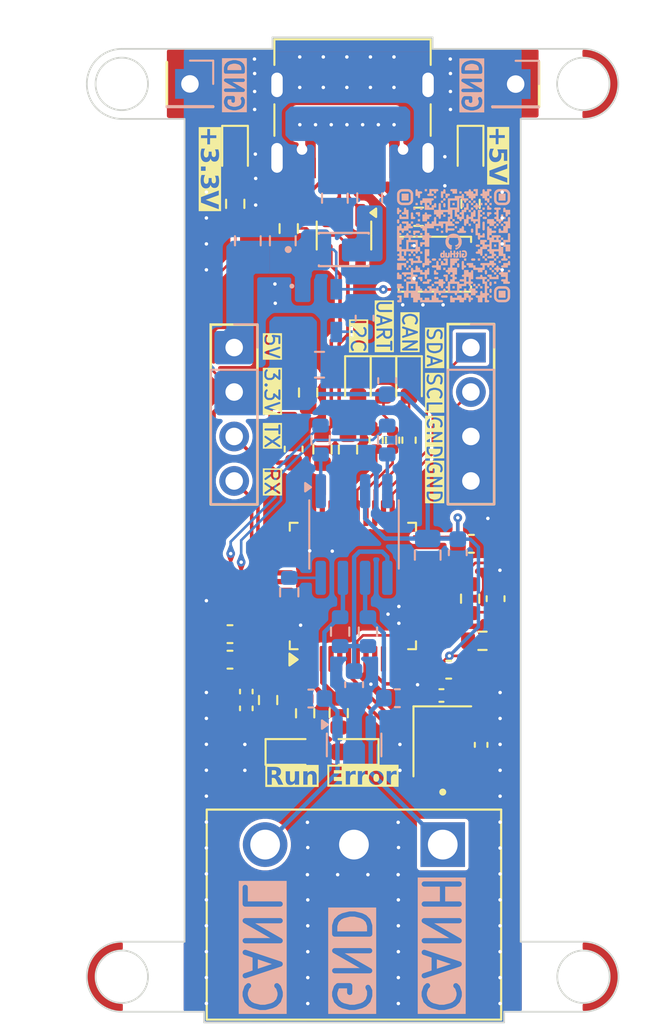
<source format=kicad_pcb>
(kicad_pcb (version 20241229) (generator "pcbnew") (generator_version "9.0")
  (layers (0 "F.Cu" signal) (4 "In1.Cu" signal) (6 "In2.Cu" signal) (2 "B.Cu" signal) (13 "F.Paste" user) (15 "B.Paste" user) (5 "F.SilkS" user "F.Silkscreen") (7 "B.SilkS" user "B.Silkscreen") (1 "F.Mask" user) (3 "B.Mask" user) (25 "Edge.Cuts" user))
  (net 0 "")
  (net 1 "GND")
  (net 2 "/CAN_P")
  (net 3 "/CAN_N")
  (net 4 "/Vref")
  (net 5 "+3.3V")
  (net 6 "VDD")
  (net 7 "+5V")
  (net 8 "/OSC_N")
  (net 9 "Net-(U1-BP)")
  (net 10 "/OSC_P")
  (net 11 "Net-(C18-Pad1)")
  (net 12 "Net-(D2-A)")
  (net 13 "Net-(D3-PadA)")
  (net 14 "Net-(D4-A)")
  (net 15 "/D_N")
  (net 16 "Net-(J1-CC1)")
  (net 18 "Net-(J1-CC2)")
  (net 19 "/D_P")
  (net 21 "/SWDIO")
  (net 22 "/SWCLK")
  (net 23 "Net-(D5-A)")
  (net 24 "/NRST")
  (net 25 "/BOOT0")
  (net 26 "Net-(D6-A)")
  (net 27 "/Tx")
  (net 28 "/Rx")
  (net 29 "Net-(D7-A)")
  (net 30 "Net-(D8-A)")
  (net 31 "/Error")
  (net 32 "/Run")
  (net 33 "/D0_P")
  (net 34 "/D0_N")
  (net 35 "Net-(J7-Pin_2)")
  (net 36 "Net-(U2-D)")
  (net 37 "Net-(U2-R)")
  (net 38 "Net-(U2-Rs)")
  (net 39 "Net-(U4-PA11)")
  (net 40 "Net-(U4-PA12)")
  (net 56 "/UART_RX")
  (net 57 "/UART_TX")
  (net 59 "Net-(D9-A)")
  (net 60 "/G")
  (net 61 "/B")
  (net 64 "/SDA")
  (net 65 "/SCL")
  (net 69 "/R")
  (footprint "LED_SMD:LED_0603_1608Metric" (layer "F.Cu") (at 127.14 106.32 -90)
    (property "Reference" "D9" (hide yes))
    (property "Value" "LED")
  )
  (footprint "Capacitor_SMD:C_0603_1608Metric" (layer "F.Cu") (at 119.82 122.17 180)
    (property "Reference" "C16" (hide yes))
    (property "Value" "100nf")
  )
  (footprint "Capacitor_SMD:C_0402_1005Metric_Pad0.74x0.62mm_HandSolder" (layer "F.Cu") (at 131.914999 124.214999 180)
    (property "Reference" "C20" (hide yes))
    (property "Value" "20pf")
  )
  (footprint "Capacitor_SMD:C_0603_1608Metric" (layer "F.Cu") (at 132.33 122.74)
    (property "Reference" "C15" (hide yes))
    (property "Value" "100nf")
  )
  (footprint "LED_SMD:LED_0603_1608Metric" (layer "F.Cu") (at 120.11 93.16 -90)
    (property "Reference" "D4" (hide yes))
    (property "Value" "LED")
  )
  (footprint "LED_SMD:LED_0603_1608Metric" (layer "F.Cu") (at 126.829999 127.44 180)
    (property "Reference" "D5" (hide yes))
    (property "Value" "LED")
  )
  (footprint "Capacitor_SMD:C_0603_1608Metric" (layer "F.Cu") (at 135.012499 118.685 90)
    (property "Reference" "C18" (hide yes))
    (property "Value" "100nf")
  )
  (footprint "FootPrint_Lib:TerminalBlock" (layer "F.Cu") (at 131.99 132.7325 180)
    (property "Reference" "J2" (hide yes))
    (property "Value" "Screw_Terminal_01x03")
  )
  (footprint "Connector_USB:USB_C_Receptacle_Palconn_UTC16-G" (layer "F.Cu") (at 126.83 91.575 180)
    (property "Reference" "J1" (hide yes))
    (property "Value" "USB_C_Receptacle_USB2.0_16P")
  )
  (footprint "Resistor_SMD:R_0603_1608Metric" (layer "F.Cu") (at 120.12 96.13 90)
    (property "Reference" "R9" (hide yes))
    (property "Value" "1k")
  )
  (footprint "Resistor_SMD:R_0603_1608Metric" (layer "F.Cu") (at 126.570001 110.160001 -90)
    (property "Reference" "R16" (hide yes))
    (property "Value" "22")
  )
  (footprint "Capacitor_SMD:C_0603_1608Metric" (layer "F.Cu") (at 133.63 115.55)
    (property "Reference" "C12" (hide yes))
    (property "Value" "10uf")
  )
  (footprint "Resistor_SMD:R_0603_1608Metric" (layer "F.Cu") (at 125.11 110.16 -90)
    (property "Reference" "R17" (hide yes))
    (property "Value" "22")
  )
  (footprint "Package_TO_SOT_SMD:SOT-23-6" (layer "F.Cu") (at 126.34 97.94 -90)
    (property "Reference" "U3" (hide yes))
    (property "Value" "USBLC6-2SC6")
  )
  (footprint "Resistor_SMD:R_0402_1005Metric" (layer "F.Cu") (at 129.12 109.63 90)
    (property "Reference" "R15" (hide yes))
    (property "Value" "1k")
  )
  (footprint "Crystal:Crystal_SMD_3225-4Pin_3.2x2.5mm" (layer "F.Cu") (at 131.964999 126.834999 -90)
    (property "Reference" "Y1" (hide yes))
    (property "Value" "Crystal_GND24")
  )
  (footprint "FootPrint_Lib:BOOT" (layer "F.Cu") (at 120.23375 124.47 -90)
    (property "Reference" "J7" (hide yes))
    (property "Value" "Conn_01x03_Pin" (hide yes))
  )
  (footprint "Resistor_SMD:R_0603_1608Metric_Pad0.98x0.95mm_HandSolder" (layer "F.Cu") (at 123.18 97.5425 -90)
    (property "Reference" "R6" (hide yes))
    (property "Value" "5.1k")
  )
  (footprint "Resistor_SMD:R_0603_1608Metric" (layer "F.Cu") (at 133.5575 118.685 -90)
    (property "Reference" "R20" (hide yes))
    (property "Value" "120")
  )
  (footprint "Capacitor_SMD:C_0603_1608Metric" (layer "F.Cu") (at 119.82 120.71 180)
    (property "Reference" "C17" (hide yes))
    (property "Value" "100nf")
  )
  (footprint "Resistor_SMD:R_0603_1608Metric" (layer "F.Cu") (at 124.29 106.91 90)
    (property "Reference" "R18" (hide yes))
    (property "Value" "1.5k")
  )
  (footprint "LED_SMD:LED_0603_1608Metric" (layer "F.Cu") (at 128.6 106.32 -90)
    (property "Reference" "D8" (hide yes))
    (property "Value" "LED")
  )
  (footprint "LED_SMD:LED_0603_1608Metric" (layer "F.Cu") (at 133.58 93.16 -90)
    (property "Reference" "D2" (hide yes))
    (property "Value" "LED")
  )
  (footprint "LED_SMD:LED_0603_1608Metric" (layer "F.Cu") (at 130.06 106.32 -90)
    (property "Reference" "D7" (hide yes))
    (property "Value" "LED")
  )
  (footprint "Package_QFP:LQFP-48_7x7mm_P0.5mm" (layer "F.Cu") (at 126.849999 117.96 90)
    (property "Reference" "U4" (hide yes))
    (property "Value" "STM32F072C8Tx")
  )
  (footprint "Resistor_SMD:R_0402_1005Metric" (layer "F.Cu") (at 130.06 109.63 90)
    (property "Reference" "R14" (hide yes))
    (property "Value" "1k")
  )
  (footprint "Resistor_SMD:R_0603_1608Metric" (layer "F.Cu") (at 133.58 96.13 90)
    (property "Reference" "R1" (hide yes))
    (property "Value" "1k")
  )
  (footprint "Button_Switch_SMD:SW_Push_SPST_NO_Alps_SKRK" (layer "F.Cu") (at 131.54 99.58 180)
    (property "Reference" "SW1" (hide yes))
    (property "Value" "SW_Push")
  )
  (footprint "Resistor_SMD:R_0603_1608Metric" (layer "F.Cu") (at 124.12 125.23 -90)
    (property "Reference" "R13" (hide yes))
    (property "Value" "1k")
  )
  (footprint "Capacitor_SMD:C_0402_1005Metric_Pad0.74x0.62mm_HandSolder" (layer "F.Cu") (at 134.184999 127.034999 -90)
    (property "Reference" "C19" (hide yes))
    (property "Value" "20pf")
  )
  (footprint "Resistor_SMD:R_0603_1608Metric_Pad0.98x0.95mm_HandSolder" (layer "F.Cu") (at 130.61 96.87)
    (property "Reference" "R5" (hide yes))
    (property "Value" "5.1k")
  )
  (footprint "Resistor_SMD:R_0603_1608Metric" (layer "F.Cu") (at 122.00125 124.475001 90)
    (property "Reference" "R21" (hide yes))
    (property "Value" "10k")
  )
  (footprint "Capacitor_SMD:C_0603_1608Metric" (layer "F.Cu") (at 123.46 110.14 90)
    (property "Reference" "C13" (hide yes))
    (property "Value" "1uf")
  )
  (footprint "Resistor_SMD:R_0402_1005Metric" (layer "F.Cu") (at 128.18 109.63 90)
    (property "Reference" "R23" (hide yes))
    (property "Value" "1k")
  )
  (footprint "Resistor_SMD:R_0603_1608Metric" (layer "F.Cu") (at 134.2625 121.09)
    (property "Reference" "R19" (hide yes))
    (property "Value" "10k")
  )
  (footprint "Resistor_SMD:R_0603_1608Metric" (layer "F.Cu") (at 126.039999 125.22 -90)
    (property "Reference" "R12" (hide yes))
    (property "Value" "1k")
  )
  (footprint "LED_SMD:LED_0603_1608Metric" (layer "F.Cu") (at 123.34 127.44)
    (property "Reference" "D6" (hide yes))
    (property "Value" "LED")
  )
  (footprint "Connector_PinHeader_2.54mm:PinHeader_1x04_P2.54mm_Vertical" (layer "B.Cu") (at 120.06 104.34 180)
    (property "Reference" "J4" (hide yes))
    (property "Value" "Conn_01x04_Pin")
  )
  (footprint "Capacitor_SMD:C_0805_2012Metric" (layer "B.Cu") (at 131.13 116.2 -90)
    (property "Reference" "C1" (hide yes))
    (property "Value" "1uf")
  )
  (footprint "Capacitor_SMD:C_0805_2012Metric" (layer "B.Cu") (at 125.82 95.81 -90)
    (property "Reference" "C2" (hide yes))
    (property "Value" "1uf")
  )
  (footprint "Package_TO_SOT_SMD:SOT-23" (layer "B.Cu") (at 126.92 127.04 -90)
    (property "Reference" "D1" (hide yes))
    (property "Value" "SM712_SOT23")
  )
  (footprint "Capacitor_SMD:C_0603_1608Metric" (layer "B.Cu") (at 124.445 124.3875 180)
    (property "Reference" "C10" (hide yes))
    (property "Value" "30pf")
  )
  (footprint "Capacitor_SMD:C_0603_1608Metric" (layer "B.Cu") (at 127.52 102.66 90)
    (property "Reference" "C6" (hide yes))
    (property "Value" "22pf")
  )
  (footprint "Capacitor_SMD:C_0603_1608Metric" (layer "B.Cu") (at 126.92 123.5975 -90)
    (property "Reference" "C9" (hide yes))
    (property "Value" "30pf")
  )
  (footprint "FootPrint_Lib:SODFL3719X135N" (layer "B.Cu") (at 126.33 98.74)
    (property "Reference" "D3" (hide yes))
    (property "Value" "D_Schottky")
  )
  (footprint "Capacitor_SMD:C_0805_2012Metric" (layer "B.Cu") (at 122.84 98.24 90)
    (property "Reference" "C3" (hide yes))
    (property "Value" "10uf")
  )
  (footprint "Fuse:Fuse_0805_2012Metric" (layer "B.Cu") (at 127.81 95.79 -90)
    (property "Reference" "F1" (hide yes))
    (property "Value" "Polyfuse_Small")
  )
  (footprint "Resistor_SMD:R_0603_1608Metric" (layer "B.Cu") (at 123.21 118.32 -90)
    (property "Reference" "R4" (hide yes))
    (property "Value" "10k")
  )
  (footprint "FootPrint_Lib:SOT94P279X129-5N" (layer "B.Cu") (at 124.96 102.23 -90)
    (property "Reference" "U1" (hide yes))
    (property "Value" "RT9193-33GB")
  )
  (footprint "Capacitor_SMD:C_0603_1608Metric" (layer "B.Cu") (at 129.395 124.3675)
    (property "Reference" "C11" (hide yes))
    (property "Value" "30pf")
  )
  (footprint "Resistor_SMD:R_0603_1608Metric" (layer "B.Cu") (at 127.71 120.5675 90)
    (property "Reference" "R8" (hide yes))
    (property "Value" "60")
  )
  (footprint "Connector_PinHeader_2.54mm:PinHeader_1x01_P2.54mm_Vertical" (layer "B.Cu") (at 136.16 89.29 180)
    (property "Reference" "J6" (hide yes))
    (property "Value" "Conn_01x01_Socket")
  )
  (footprint "Capacitor_SMD:C_0805_2012Metric" (layer "B.Cu") (at 124.94 105.32)
    (property "Reference" "C7" (hide yes))
    (property "Value" "10uf")
  )
  (footprint "Capacitor_SMD:C_0603_1608Metric" (layer "B.Cu") (at 132.85 116.06 -90)
    (property "Reference" "C4" (hide yes))
    (property "Value" "100nf")
  )
  (footprint "Capacitor_SMD:C_0603_1608Metric" (layer "B.Cu") (at 128.81 106.23 90)
    (property "Reference" "C14" (hide yes))
    (property "Value" "100nf")
  )
  (footprint "Connector_PinHeader_2.54mm:PinHeader_1x01_P2.54mm_Vertical" (layer "B.Cu") (at 117.53 89.28 180)
    (property "Reference" "J5" (hide yes))
    (property "Value" "Conn_01x01_Socket")
  )
  (footprint "Package_SO:SOIC-8_3.9x4.9mm_P1.27mm" (layer "B.Cu") (at 126.915 115.0175 -90)
    (property "Reference" "U2" (hide yes))
    (property "Value" "SN65HVD230")
  )
  (footprint "FootPrint_Lib:linkgit" (layer "B.Cu") (at 132.61 98.52 180)
    (property "Reference" "G***" (hide yes))
    (property "Value" "LOGO" (hide yes))
  )
  (footprint "Resistor_SMD:R_0603_1608Metric" (layer "B.Cu") (at 128.81 109.62 90)
    (property "Reference" "R3" (hide yes))
    (property "Value" "1k")
  )
  (footprint "Connector_PinHeader_2.54mm:PinHeader_1x04_P2.54mm_Vertical" (layer "B.Cu") (at 133.6 104.34 180)
    (property "Reference" "J3" (hide yes))
    (property "Value" "Conn_01x04_Pin")
  )
  (footprint "Capacitor_SMD:C_0805_2012Metric" (layer "B.Cu") (at 120.84 98.24 90)
    (property "Reference" "C5" (hide yes))
    (property "Value" "100nf")
  )
  (footprint "Resistor_SMD:R_0603_1608Metric" (layer "B.Cu") (at 125 109.62 90)
    (property "Reference" "R2" (hide yes))
    (property "Value" "1k")
  )
  (footprint "Resistor_SMD:R_0603_1608Metric" (layer "B.Cu") (at 126.12 120.5675 -90)
    (property "Reference" "R7" (hide yes))
    (property "Value" "60")
  )
  (gr_rect (start 118.72 103.03) (end 121.39 113.3) (stroke (width 0.15)) (fill no) (layer "F.SilkS"))
  (gr_line (start 116.21 90.58) (end 116.21 88.035) (stroke (width 0.15)) (layer "F.SilkS"))
  (gr_line (start 118.86 90.58) (end 116.21 90.58) (stroke (width 0.15)) (layer "F.SilkS"))
  (gr_line (start 134.83 90.58) (end 137.5 90.58) (stroke (width 0.15)) (layer "F.SilkS"))
  (gr_rect (start 132.28 103) (end 134.93 113.29) (stroke (width 0.15)) (fill no) (layer "F.SilkS"))
  (gr_line (start 137.5 90.58) (end 137.5 88.02) (stroke (width 0.15)) (layer "F.SilkS"))
  (gr_circle (center 113.63 89.28) (end 115.13 89.28) (stroke (width 0.1)) (fill no) (layer "Edge.Cuts"))
  (gr_line (start 122.25 87.28) (end 113.63 87.28) (stroke (width 0.1)) (layer "Edge.Cuts"))
  (gr_line (start 131.41 86.62) (end 122.25 86.62) (stroke (width 0.1)) (layer "Edge.Cuts"))
  (gr_line (start 131.41 87.28) (end 140.03 87.28) (stroke (width 0.1)) (layer "Edge.Cuts"))
  (gr_line (start 140.04 138.28) (end 136.445 138.28) (stroke (width 0.1)) (layer "Edge.Cuts"))
  (gr_arc (start 140.04 138.28) (mid 142.04 140.28) (end 140.04 142.28) (stroke (width 0.1)) (layer "Edge.Cuts"))
  (gr_line (start 117.225 138.279975) (end 113.63 138.279975) (stroke (width 0.1)) (layer "Edge.Cuts"))
  (gr_circle (center 113.63 140.28) (end 115.13 140.28) (stroke (width 0.1)) (fill no) (layer "Edge.Cuts"))
  (gr_line (start 117.225 91.28) (end 117.225 138.279975) (stroke (width 0.1)) (layer "Edge.Cuts"))
  (gr_arc (start 113.63 142.280025) (mid 111.629975 140.28) (end 113.63 138.279975) (stroke (width 0.1)) (layer "Edge.Cuts"))
  (gr_line (start 122.25 87.28) (end 122.25 86.62) (stroke (width 0.1)) (layer "Edge.Cuts"))
  (gr_line (start 140.03 91.28) (end 136.445 91.28) (stroke (width 0.1)) (layer "Edge.Cuts"))
  (gr_circle (center 140.03 89.28) (end 141.53 89.28) (stroke (width 0.1)) (fill no) (layer "Edge.Cuts"))
  (gr_line (start 131.41 86.68) (end 131.41 86.62) (stroke (width 0.1)) (layer "Edge.Cuts"))
  (gr_line (start 118.34 142.89) (end 135.5 142.89) (stroke (width 0.1)) (layer "Edge.Cuts"))
  (gr_line (start 135.5 142.89) (end 135.5 142.28) (stroke (width 0.1)) (layer "Edge.Cuts"))
  (gr_line (start 118.34 142.28) (end 118.34 142.89) (stroke (width 0.1)) (layer "Edge.Cuts"))
  (gr_line (start 131.41 87.28) (end 131.41 86.68) (stroke (width 0.1)) (layer "Edge.Cuts"))
  (gr_line (start 113.63 142.280025) (end 118.34 142.280025) (stroke (width 0.1)) (layer "Edge.Cuts"))
  (gr_line (start 113.63 91.28) (end 117.225 91.28) (stroke (width 0.1)) (layer "Edge.Cuts"))
  (gr_line (start 140.04 142.28) (end 135.5 142.28) (stroke (width 0.1)) (layer "Edge.Cuts"))
  (gr_circle (center 140.04 140.28) (end 141.54 140.28) (stroke (width 0.1)) (fill no) (layer "Edge.Cuts"))
  (gr_line (start 136.445 138.28) (end 136.445 91.28) (stroke (width 0.1)) (layer "Edge.Cuts"))
  (gr_arc (start 113.63 91.28) (mid 111.63 89.28) (end 113.63 87.28) (stroke (width 0.1)) (layer "Edge.Cuts"))
  (gr_arc (start 140.03 87.28) (mid 142.03 89.28) (end 140.03 91.28) (stroke (width 0.1)) (layer "Edge.Cuts"))
  (gr_text "GND" (at 131.49 109.453333 270) (layer "F.SilkS" knockout) (effects (font (size 0.8 0.8) (thickness 0.12))))
  (gr_text "+3.3V" (at 117.99 91.71 270) (layer "F.SilkS" knockout) (effects (font (size 1 1) (thickness 0.125) (bold yes)) (justify left bottom)))
  (gr_text "3.3V" (at 122.21 106.82 270) (layer "F.SilkS" knockout) (effects (font (size 0.8 0.8) (thickness 0.12))))
  (gr_text "RX" (at 122.21 111.98 270) (layer "F.SilkS" knockout) (effects (font (size 0.8 0.8) (thickness 0.12))))
  (gr_text "5V" (at 122.21 104.24 270) (layer "F.SilkS" knockout) (effects (font (size 0.8 0.8) (thickness 0.12))))
  (gr_text "GND" (at 131.49 112.02 270) (layer "F.SilkS" knockout) (effects (font (size 0.8 0.8) (thickness 0.12))))
  (gr_text "CAN" (at 130.08 103.48 270) (layer "F.SilkS" knockout) (effects (font (size 0.8 0.8) (thickness 0.12))))
  (gr_text "Run" (at 121.82 129.48 0) (layer "F.SilkS" knockout) (effects (font (size 1 1) (thickness 0.125) (bold yes)) (justify left bottom)))
  (gr_text "SDA" (at 131.49 104.32 270) (layer "F.SilkS" knockout) (effects (font (size 0.8 0.8) (thickness 0.12))))
  (gr_text "TX" (at 122.21 109.4 270) (layer "F.SilkS" knockout) (effects (font (size 0.8 0.8) (thickness 0.12))))
  (gr_text "UART" (at 128.61 103.07 270) (layer "F.SilkS" knockout) (effects (font (size 0.8 0.8) (thickness 0.12))))
  (gr_text "I2C" (at 127.14 103.66 270) (layer "F.SilkS" knockout) (effects (font (size 0.8 0.8) (thickness 0.12))))
  (gr_text "+5V" (at 134.49 91.7 270) (layer "F.SilkS" knockout) (effects (font (size 1 1) (thickness 0.125) (bold yes)) (justify left bottom)))
  (gr_text "Error" (at 125.369999 129.47 0) (layer "F.SilkS" knockout) (effects (font (size 1 1) (thickness 0.125) (bold yes)) (justify left bottom)))
  (gr_text "SCL" (at 131.49 106.886667 270) (layer "F.SilkS" knockout) (effects (font (size 0.8 0.8) (thickness 0.12))))
  (gr_text "GND" (at 119.44 91.01 270) (layer "B.SilkS" knockout) (effects (font (size 1 1) (thickness 0.2) (bold yes)) (justify left bottom mirror)))
  (gr_text "GND" (at 133.02 91.02 270) (layer "B.SilkS" knockout) (effects (font (size 1 1) (thickness 0.2) (bold yes)) (justify left bottom mirror)))
  (gr_text "CANH" (at 130.67 142.61 270) (layer "B.SilkS" knockout) (effects (font (size 2 2) (thickness 0.3)) (justify left bottom mirror)))
  (gr_text "CANL" (at 120.43 142.61 270) (layer "B.SilkS" knockout) (effects (font (size 2 2) (thickness 0.3)) (justify left bottom mirror)))
  (gr_text "GND" (at 125.55 142.61 270) (layer "B.SilkS" knockout) (effects (font (size 2 2) (thickness 0.3)) (justify left bottom mirror)))
  (segment (start 123.47 109.335) (end 123.46 109.345) (width 0.2) (layer "F.Cu") (net 1))
  (via (at 135.39 99.9) (size 0.5) (drill 0.2) (layers "F.Cu" "B.Cu") (net 1))
  (via (at 118.47 125.523611) (size 0.5) (drill 0.2) (layers "F.Cu" "B.Cu") (net 1))
  (via (at 135.27 132.928333) (size 0.5) (drill 0.2) (layers "F.Cu" "B.Cu") (net 1))
  (via (at 129.54 128.49) (size 0.5) (drill 0.2) (layers "F.Cu" "B.Cu") (net 1))
  (via (at 129.7 101.9) (size 0.5) (drill 0.2) (layers "F.Cu" "B.Cu") (net 1))
  (via (at 118.47 124.043333) (size 0.5) (drill 0.2) (layers "F.Cu" "B.Cu") (net 1))
  (via (at 121.23 90.74) (size 0.5) (drill 0.2) (layers "F.Cu" "B.Cu") (net 1))
  (via (at 127.88 123.57) (size 0.5) (drill 0.2) (layers "F.Cu" "B.Cu") (net 1))
  (via (at 118.47 129.964444) (size 0.5) (drill 0.2) (layers "F.Cu" "B.Cu") (net 1))
  (via (at 130.35 98.52) (size 0.5) (drill 0.2) (layers "F.Cu" "B.Cu") (net 1))
  (via (at 130.55 123.6) (size 0.5) (drill 0.2) (layers "F.Cu" "B.Cu") (net 1))
  (via (at 121.29 94.68) (size 0.5) (drill 0.2) (layers "F.Cu" "B.Cu") (net 1))
  (via (at 135.27 141.81) (size 0.5) (drill 0.2) (layers "F.Cu" "B.Cu") (net 1))
  (via (at 129.45 137.369167) (size 0.5) (drill 0.2) (layers "F.Cu" "B.Cu") (net 1))
  (via (at 118.47 134.405278) (size 0.5) (drill 0.2) (layers "F.Cu" "B.Cu") (net 1))
  (via (at 118.47 135.885556) (size 0.5) (drill 0.2) (layers "F.Cu" "B.Cu") (net 1))
  (via (at 125.67 115.97) (size 0.5) (drill 0.2) (layers "F.Cu" "B.Cu") (net 1))
  (via (at 118.47 95.459167) (size 0.5) (drill 0.2) (layers "F.Cu" "B.Cu") (net 1))
  (via (at 124.27 140.330555) (size 0.5) (drill 0.2) (layers "F.Cu" "B.Cu") (net 1))
  (via (at 118.47 99.9) (size 0.5) (drill 0.2) (layers "F.Cu" "B.Cu") (net 1))
  (via (at 127.8525 89.48) (size 0.5) (drill 0.2) (layers "F.Cu" "B.Cu") (net 1))
  (via (at 135.27 131.448055) (size 0.5) (drill 0.2) (layers "F.Cu" "B.Cu") (net 1))
  (via (at 121.23 89.713335) (size 0.5) (drill 0.2) (layers "F.Cu" "B.Cu") (net 1))
  (via (at 124.27 141.810833) (size 0.5) (drill 0.2) (layers "F.Cu" "B.Cu") (net 1))
  (via (at 118.47 140.326389) (size 0.5) (drill 0.2) (layers "F.Cu" "B.Cu") (net 1))
  (via (at 129.46 132.9) (size 0.5) (drill 0.2) (layers "F.Cu" "B.Cu") (net 1))
  (via (at 124.27 132.9) (size 0.5) (drill 0.2) (layers "F.Cu" "B.Cu") (net 1))
  (via (at 135.26 117.06) (size 0.5) (drill 0.2) (layers "F.Cu" "B.Cu") (net 1))
  (via (at 124.27 138.850277) (size 0.5) (drill 0.2) (layers "F.Cu" "B.Cu") (net 1))
  (via (at 135.27 128.4875) (size 0.5) (drill 0.2) (layers "F.Cu" "B.Cu") (net 1))
  (via (at 135.39 96.939445) (size 0.5) (drill 0.2) (layers "F.Cu" "B.Cu") (net 1))
  (via (at 118.47 118.8) (size 0.5) (drill 0.2) (layers "F.Cu" "B.Cu") (net 1))
  (via (at 132.43 89.713335) (size 0.5) (drill 0.2) (layers "F.Cu" "B.Cu") (net 1))
  (via (at 121.22 87.86) (size 0.5) (drill 0.2) (layers "F.Cu" "B.Cu") (net 1))
  (via (at 125.1575 87.74) (size 0.5) (drill 0.2) (layers "F.Cu" "B.Cu") (net 1))
  (via (at 121.23 88.686667) (size 0.5) (drill 0.2) (layers "F.Cu" "B.Cu") (net 1))
  (via (at 124.27 135.889722) (size 0.5) (drill 0.2) (layers "F.Cu" "B.Cu") (net 1))
  (via (at 129.44 131.460278) (size 0.5) (drill 0.2) (layers "F.Cu" "B.Cu") (net 1))
  (via (at 123.81 89.48) (size 0.5) (drill 0.2) (layers "F.Cu" "B.Cu") (net 1))
  (via (at 130.35 100.39) (size 0.5) (drill 0.2) (layers "F.Cu" "B.Cu") (net 1))
  (via (at 129.45 138.849444) (size 0.5) (drill 0.2) (layers "F.Cu" "B.Cu") (net 1))
  (via (at 118.47 131.444722) (size 0.5) (drill 0.2) (layers "F.Cu" "B.Cu") (net 1))
  (via (at 129.48 119.13) (size 0.5) (drill 0.2) (layers "F.Cu" "B.Cu") (net 1))
  (via (at 135.27 134.408611) (size 0.5) (drill 0.2) (layers "F.Cu" "B.Cu") (net 1))
  (via (at 122.41 101.81) (size 0.5) (drill 0.2) (layers "F.Cu" "B.Cu") (net 1))
  (via (at 124.27 137.37) (size 0.5) (drill 0.2) (layers "F.Cu" "B.Cu") (net 1))
  (via (at 124.38 115.95) (size 0.5) (drill 0.2) (layers "F.Cu" "B.Cu") (net 1))
  (via (at 132.42 87.86) (size 0.5) (drill 0.2) (layers "F.Cu" "B.Cu") (net 1))
  (via (at 129.44 134.45) (size 0.5) (drill 0.2) (layers "F.Cu" "B.Cu") (net 1))
  (via (at 123.86 120.2) (size 0.5) (drill 0.2) (layers "F.Cu" "B.Cu") (net 1))
  (via (at 135.27 138.849444) (size 0.5) (drill 0.2) (layers "F.Cu" "B.Cu") (net 1))
  (via (at 135.27 135.888889) (size 0.5) (drill 0.2) (layers "F.Cu" "B.Cu") (net 1))
  (via (at 120.67 127.009722) (size 0.5) (drill 0.2) (layers "F.Cu" "B.Cu") (net 1))
  (via (at 124.25 134.45) (size 0.5) (drill 0.2) (layers "F.Cu" "B.Cu") (net 1))
  (via (at 118.47 96.939445) (size 0.5) (drill 0.2) (layers "F.Cu" "B.Cu") (net 1))
  (via (at 129.45 140.329722) (size 0.5) (drill 0.2) (layers "F.Cu" "B.Cu") (net 1))
  (via (at 118.47 132.925) (size 0.5) (drill 0.2) (layers "F.Cu" "B.Cu") (net 1))
  (via (at 124.25 131.460278) (size 0.5) (drill 0.2) (layers "F.Cu" "B.Cu") (net 1))
  (via (at 125.98 134.45) (size 0.5) (drill 0.2) (layers "F.Cu" "B.Cu") (net 1))
  (via (at 129.2 89.48) (size 0.5) (drill 0.2) (layers "F.Cu" "B.Cu") (net 1))
  (via (at 129.45 135.888889) (size 0.5) (drill 0.2) (layers "F.Cu" "B.Cu") (net 1))
  (via (at 135.27 129.967777) (size 0.5) (drill 0.2) (layers "F.Cu" "B.Cu") (net 1))
  (via (at 118.47 141.806667) (size 0.5) (drill 0.2) (layers "F.Cu" "B.Cu") (net 1))
  (via (at 120.67 128.49) (size 0.5) (drill 0.2) (layers "F.Cu" "B.Cu") (net 1))
  (via (at 126.505 89.48) (size 0.5) (drill 0.2) (layers "F.Cu" "B.Cu") (net 1))
  (via (at 129.45 141.81) (size 0.5) (drill 0.2) (layers "F.Cu" "B.Cu") (net 1))
  (via (at 118.47 138.846111) (size 0.5) (drill 0.2) (layers "F.Cu" "B.Cu") (net 1))
  (via (at 129.54 127.009722) (size 0.5) (drill 0.2) (layers "F.Cu" "B.Cu") (net 1))
  (via (at 135.39 95.459167) (size 0.5) (drill 0.2) (layers "F.Cu" "B.Cu") (net 1))
  (via (at 132.43 88.686667) (size 0.5) (drill 0.2) (layers "F.Cu" "B.Cu") (net 1))
  (via (at 127.71 134.45) (size 0.5) (drill 0.2) (layers "F.Cu" "B.Cu") (net 1))
  (via (at 126.505 87.74) (size 0.5) (drill 0.2) (layers "F.Cu" "B.Cu") (net 1))
  (via (at 122.39 100.71) (size 0.5) (drill 0.2) (layers "F.Cu" "B.Cu") (net 1))
  (via (at 132.11 93.44) (size 0.5) (drill 0.2) (layers "F.Cu" "B.Cu") (net 1))
  (via (at 135.27 140.329722) (size 0.5) (drill 0.2) (layers "F.Cu" "B.Cu") (net 1))
  (via (at 135.27 127.007222) (size 0.5) (drill 0.2) (layers "F.Cu" "B.Cu") (net 1))
  (via (at 130.855 101.9) (size 0.5) (drill 0.2) (layers "F.Cu" "B.Cu") (net 1))
  (via (at 125.1575 89.48) (size 0.5) (drill 0.2) (layers "F.Cu" "B.Cu") (net 1))
  (via (at 128.86 119.57) (size 0.5) (drill 0.2) (layers "F.Cu" "B.Cu") (net 1))
  (via (at 135.27 137.369167) (size 0.5) (drill 0.2) (layers "F.Cu" "B.Cu") (net 1))
  (via (at 134.57 114.1) (size 0.5) (drill 0.2) (layers "F.Cu" "B.Cu") (net 1))
  (via (at 129.48 120.09) (size 0.5) (drill 0.2) (layers "F.Cu" "B.Cu") (net 1))
  (via (at 132.43 90.74) (size 0.5) (drill 0.2) (layers "F.Cu" "B.Cu") (net 1))
  (via (at 118.47 128.484167) (size 0.5) (drill 0.2) (layers "F.Cu" "B.Cu") (net 1))
  (via (at 118.47 98.419722) (size 0.5) (drill 0.2) (layers "F.Cu" "B.Cu") (net 1))
  (via (at 132.01 101.9) (size 0.5) (drill 0.2) (layers "F.Cu" "B.Cu") (net 1))
  (via (at 123.81 87.74) (size 0.5) (drill 0.2) (layers "F.Cu" "B.Cu") (net 1))
  (via (at 135.27 125.526944) (size 0.5) (drill 0.2) (layers "F.Cu" "B.Cu") (net 1))
  (via (at 121.29 96.2) (size 0.5) (drill 0.2) (layers "F.Cu" "B.Cu") (net 1))
  (via (at 135.27 124.046666) (size 0.5) (drill 0.2) (layers "F.Cu" "B.Cu") (net 1))
  (via (at 132.11 95.1) (size 0.5) (drill 0.2) (layers "F.Cu" "B.Cu") (net 1))
  (via (at 127.8525 87.74) (size 0.5) (drill 0.2) (layers "F.Cu" "B.Cu") (net 1))
  (via (at 118.47 127.003889) (size 0.5) (drill 0.2) (layers "F.Cu" "B.Cu") (net 1))
  (via (at 135.39 98.419722) (size 0.5) (drill 0.2) (layers "F.Cu" "B.Cu") (net 1))
  (via (at 129.2 87.74) (size 0.5) (drill 0.2) (layers "F.Cu" "B.Cu") (net 1))
  (via (at 121.27 93.29) (size 0.5) (drill 0.2) (layers "F.Cu" "B.Cu") (net 1))
  (via (at 118.47 137.365834) (size 0.5) (drill 0.2) (layers "F.Cu" "B.Cu") (net 1))
  (segment (start 126.92 124.3725) (end 126.92 131.81) (width 0.25) (layer "B.Cu") (net 1))
  (segment (start 126.92 131.81) (end 126.85 131.88) (width 0.25) (layer "B.Cu") (net 1))
  (segment (start 121.92 131.88) (end 121.769999 131.88) (width 0.2) (layer "B.Cu") (net 2))
  (segment (start 125.22 124.3875) (end 125.9675 125.135) (width 0.25) (layer "B.Cu") (net 2))
  (segment (start 122.7 131.88) (end 121.92 131.88) (width 0.25) (layer "B.Cu") (net 2))
  (segment (start 125.9675 128.6125) (end 122.7 131.88) (width 0.25) (layer "B.Cu") (net 2))
  (segment (start 126.28 119.5375) (end 126.28 117.4925) (width 0.25) (layer "B.Cu") (net 2))
  (segment (start 125.9675 126.38) (end 125.9675 128.6125) (width 0.25) (layer "B.Cu") (net 2))
  (segment (start 125.22 124.3875) (end 125.22 120.5975) (width 0.25) (layer "B.Cu") (net 2))
  (segment (start 125.22 120.5975) (end 126.28 119.5375) (width 0.25) (layer "B.Cu") (net 2))
  (segment (start 125.9675 125.135) (end 125.9675 126.3325) (width 0.25) (layer "B.Cu") (net 2))
  (segment (start 127.71 119.7425) (end 127.55 119.5825) (width 0.25) (layer "B.Cu") (net 3))
  (segment (start 127.8675 125.12) (end 127.8675 128.61) (width 0.25) (layer "B.Cu") (net 3))
  (segment (start 127.55 119.5825) (end 127.55 117.4925) (width 0.25) (layer "B.Cu") (net 3))
  (segment (start 128.62 124.3675) (end 128.62 120.6525) (width 0.25) (layer "B.Cu") (net 3))
  (segment (start 131.1375 131.88) (end 131.929999 131.88) (width 0.25) (layer "B.Cu") (net 3))
  (segment (start 128.62 124.3675) (end 127.8675 125.12) (width 0.25) (layer "B.Cu") (net 3))
  (segment (start 127.8675 128.61) (end 131.1375 131.88) (width 0.25) (layer "B.Cu") (net 3))
  (segment (start 128.62 120.6525) (end 127.71 119.7425) (width 0.25) (layer "B.Cu") (net 3))
  (segment (start 126.92 116.3) (end 126.92 122.8225) (width 0.25) (layer "B.Cu") (net 4))
  (segment (start 126.92 121.4025) (end 126.91 121.3925) (width 0.25) (layer "B.Cu") (net 4))
  (segment (start 127.22 116) (end 126.92 116.3) (width 0.25) (layer "B.Cu") (net 4))
  (segment (start 128.82 116.3) (end 128.52 116) (width 0.25) (layer "B.Cu") (net 4))
  (segment (start 128.52 116) (end 127.22 116) (width 0.25) (layer "B.Cu") (net 4))
  (segment (start 128.82 117.4925) (end 128.82 116.3) (width 0.25) (layer "B.Cu") (net 4))
  (segment (start 126.91 121.3925) (end 126.15 121.3925) (width 0.25) (layer "B.Cu") (net 4))
  (segment (start 127.68 121.3925) (end 126.91 121.3925) (width 0.25) (layer "B.Cu") (net 4))
  (segment (start 120.76 120.875) (end 120.595 120.71) (width 0.25) (layer "F.Cu") (net 5))
  (segment (start 118.3 105.12) (end 118.3 101.01) (width 0.15) (layer "F.Cu") (net 5))
  (segment (start 118.3 101.01) (end 120.12 99.19) (width 0.15) (layer "F.Cu") (net 5))
  (segment (start 120.8 120.71) (end 120.4325 121.0775) (width 0.2) (layer "F.Cu") (net 5))
  (segment (start 120.12 96.670001) (end 120.1 96.650001) (width 0.15) (layer "F.Cu") (net 5))
  (segment (start 130.54 122.74) (end 131.395 122.74) (width 0.2) (layer "F.Cu") (net 5))
  (segment (start 121.53 106.88) (end 122.14 107.49) (width 0.25) (layer "F.Cu") (net 5))
  (segment (start 131.395 122.74) (end 131.545 122.89) (width 0.2) (layer "F.Cu") (net 5))
  (segment (start 122.14 107.49) (end 122.14 110.51) (width 0.25) (layer "F.Cu") (net 5))
  (segment (start 123.46 112.11) (end 123.46 110.915) (width 0.2) (layer "F.Cu") (net 5))
  (segment (start 128.64 123.55) (end 129.73 123.55) (width 0.2) (layer "F.Cu") (net 5))
  (segment (start 133.4375 121.09) (end 133.4375 121.7425) (width 0.15) (layer "F.Cu") (net 5))
  (segment (start 133.227 121.953) (end 132.37 121.953) (width 0.15) (layer "F.Cu") (net 5))
  (segment (start 131.032499 115.19) (end 132.15 115.19) (width 0.2) (layer "F.Cu") (net 5))
  (segment (start 120.76 121.51375) (end 120.76 120.875) (width 0.25) (layer "F.Cu") (net 5))
  (segment (start 120.75375 121.03625) (end 121.08 120.71) (width 0.2) (layer "F.Cu") (net 5))
  (segment (start 120.06 106.88) (end 121.53 106.88) (width 0.25) (layer "F.Cu") (net 5))
  (segment (start 120.75375 121.85375) (end 120.76 121.8475) (width 0.25) (layer "F.Cu") (net 5))
  (segment (start 120.75375 123.51) (end 120.75375 122.96) (width 0.2) (layer "F.Cu") (net 5))
  (segment (start 122.155 107.735) (end 122.14 107.75) (width 0.15) (layer "F.Cu") (net 5))
  (segment (start 128.099998 123.009998) (end 128.64 123.55) (width 0.2) (layer "F.Cu") (net 5))
  (segment (start 129.73 123.55) (end 130.54 122.74) (width 0.2) (layer "F.Cu") (net 5))
  (segment (start 128.099998 122.1225) (end 128.099998 123.009998) (width 0.2) (layer "F.Cu") (net 5))
  (segment (start 120.76 119.87) (end 118.884 117.994) (width 0.25) (layer "F.Cu") (net 5))
  (segment (start 120.06 106.88) (end 118.3 105.12) (width 0.15) (layer "F.Cu") (net 5))
  (segment (start 132.475 115.19) (end 132.855 115.57) (width 0.2) (layer "F.Cu") (net 5))
  (segment (start 132.15 115.19) (end 132.475 115.19) (width 0.2) (layer "F.Cu") (net 5))
  (segment (start 132.15 115.19) (end 133.05 115.19) (width 0.2) (layer "F.Cu") (net 5))
  (segment (start 118.884 117.994) (end 118.884 108.056) (width 0.25) (layer "F.Cu") (net 5))
  (segment (start 131.555 122.768) (end 131.555 122.81) (width 0.2) (layer "F.Cu") (net 5))
  (segment (start 118.884 108.056) (end 120.06 106.88) (width 0.25) (layer "F.Cu") (net 5))
  (segment (start 120.75375 122.32875) (end 120.595 122.17) (width 0.2) (layer "F.Cu") (net 5))
  (segment (start 124.29 107.735) (end 122.155 107.735) (width 0.15) (layer "F.Cu") (net 5))
  (segment (start 124.32 107.745) (end 124.29 107.775) (width 0.15) (layer "F.Cu") (net 5))
  (segment (start 120.75375 122.96) (end 120.75375 122.32875) (width 0.2) (layer "F.Cu") (net 5))
  (segment (start 133.4375 121.7425) (end 133.227 121.953) (width 0.15) (layer "F.Cu") (net 5))
  (segment (start 124.099999 113.7975) (end 124.099999 112.749999) (width 0.2) (layer "F.Cu") (net 5))
  (segment (start 121.71 120.71) (end 120.595 120.71) (width 0.25) (layer "F.Cu") (net 5))
  (segment (start 133.4375 121.09) (end 133.37 121.09) (width 0.15) (layer "F.Cu") (net 5))
  (segment (start 124.099999 112.749999) (end 123.46 112.11) (width 0.2) (layer "F.Cu") (net 5))
  (segment (start 120.76 121.8475) (end 120.76 119.87) (width 0.25) (layer "F.Cu") (net 5))
  (segment (start 122.687499 120.71) (end 121.71 120.71) (width 0.2) (layer "F.Cu") (net 5))
  (segment (start 122.545 110.915) (end 123.46 110.915) (width 0.25) (layer "F.Cu") (net 5))
  (segment (start 120.12 99.19) (end 120.12 96.955) (width 0.15) (layer "F.Cu") (net 5))
  (segment (start 131.012499 115.21) (end 131.032499 115.19) (width 0.2) (layer "F.Cu") (net 5))
  (segment (start 121.08 120.71) (end 120.8 120.71) (width 0.2) (layer "F.Cu") (net 5))
  (segment (start 132.37 121.953) (end 131.555 122.768) (width 0.2) (layer "F.Cu") (net 5))
  (segment (start 121.71 120.71) (end 121.08 120.71) (width 0.2) (layer "F.Cu") (net 5))
  (segment (start 132.85 114.06) (end 132.85 115.215) (width 0.2) (layer "F.Cu") (net 5))
  (segment (start 122.14 110.51) (end 122.545 110.915) (width 0.25) (layer "F.Cu") (net 5))
  (segment (start 131.62 122.84) (end 131.62 122.89) (width 0.15) (layer "F.Cu") (net 5))
  (via (at 132.37 121.953) (size 0.5) (drill 0.2) (layers "F.Cu" "B.Cu") (net 5))
  (via (at 132.85 114.06) (size 0.5) (drill 0.2) (layers "F.Cu" "B.Cu") (net 5))
  (segment (start 129.74 107) (end 124.74 107) (width 0.25) (layer "B.Cu") (net 5))
  (segment (start 132.85 114.06) (end 132.85 115.285) (width 0.2) (layer "B.Cu") (net 5))
  (segment (start 132.37 121.953) (end 134.03 120.293) (width 0.2) (layer "B.Cu") (net 5))
  (segment (start 132.815001 115.250001) (end 132.85 115.285) (width 0.2) (layer "B.Cu") (net 5))
  (segment (start 131.13 115.250001) (end 131.13 108.39) (width 0.25) (layer "B.Cu") (net 5))
  (segment (start 128.690001 115.250001) (end 127.55 114.11) (width 0.25) (layer "B.Cu") (net 5))
  (segment (start 134.03 115.75) (end 133.565 115.285) (width 0.2) (layer "B.Cu") (net 5))
  (segment (start 132.493 121.953) (end 132.5 121.96) (width 0.2) (layer "B.Cu") (net 5))
  (segment (start 133.565 115.285) (end 132.85 115.285) (width 0.2) (layer "B.Cu") (net 5))
  (segment (start 131.13 115.250001) (end 128.690001 115.250001) (width 0.25) (layer "B.Cu") (net 5))
  (segment (start 132.37 121.953) (end 132.493 121.953) (width 0.2) (layer "B.Cu") (net 5))
  (segment (start 134.03 120.293) (end 134.03 115.75) (width 0.2) (layer "B.Cu") (net 5))
  (segment (start 131.13 108.39) (end 129.74 107) (width 0.25) (layer "B.Cu") (net 5))
  (segment (start 127.55 112.5425) (end 127.55 113.03) (width 0.15) (layer "B.Cu") (net 5))
  (segment (start 131.13 115.250001) (end 132.815001 115.250001) (width 0.25) (layer "B.Cu") (net 5))
  (segment (start 127.55 114.11) (end 127.55 112.5425) (width 0.25) (layer "B.Cu") (net 5))
  (segment (start 123.66 95.63) (end 124.43 94.86) (width 0.15) (layer "F.Cu") (net 6))
  (segment (start 126.01 97.94) (end 124.61 97.94) (width 0.15) (layer "F.Cu") (net 6))
  (segment (start 124.2 97.53) (end 122.58 97.53) (width 0.15) (layer "F.Cu") (net 6))
  (segment (start 126.34 99.0775) (end 126.34 98.27) (width 0.15) (layer "F.Cu") (net 6))
  (segment (start 126.34 98.27) (end 126.01 97.94) (width 0.15) (layer "F.Cu") (net 6))
  (segment (start 122.58 97.53) (end 122.25 97.2) (width 0.15) (layer "F.Cu") (net 6))
  (segment (start 124.61 97.94) (end 124.2 97.53) (width 0.15) (layer "F.Cu") (net 6))
  (segment (start 124.43 94.86) (end 124.43 94.085) (width 0.15) (layer "F.Cu") (net 6))
  (segment (start 122.25 95.93) (end 122.55 95.63) (width 0.15) (layer "F.Cu") (net 6))
  (segment (start 122.25 97.2) (end 122.25 95.93) (width 0.15) (layer "F.Cu") (net 6))
  (segment (start 122.55 95.63) (end 123.66 95.63) (width 0.15) (layer "F.Cu") (net 6))
  (via (at 126.51 91.61) (size 0.5) (drill 0.2) (layers "F.Cu" "B.Cu") (net 6))
  (via (at 124.713333 91.61) (size 0.5) (drill 0.2) (layers "F.Cu" "B.Cu") (net 6))
  (via (at 129.205 91.61) (size 0.5) (drill 0.2) (layers "F.Cu" "B.Cu") (net 6))
  (via (at 125.611667 91.61) (size 0.5) (drill 0.2) (layers "F.Cu" "B.Cu") (net 6))
  (via (at 127.408333 91.61) (size 0.5) (drill 0.2) (layers "F.Cu" "B.Cu") (net 6))
  (via (at 128.306667 91.61) (size 0.5) (drill 0.2) (layers "F.Cu" "B.Cu") (net 6))
  (via (at 123.815 91.61) (size 0.5) (drill 0.2) (layers "F.Cu" "B.Cu") (net 6))
  (segment (start 125.827502 94.852499) (end 125.82 94.860001) (width 0.15) (layer "B.Cu") (net 6))
  (segment (start 131.54 99.71) (end 133.58 97.67) (width 0.15) (layer "F.Cu") (net 7))
  (segment (start 131.1 101.02) (end 131.54 100.58) (width 0.15) (layer "F.Cu") (net 7))
  (segment (start 128.59 101.02) (end 131.1 101.02) (width 0.15) (layer "F.Cu") (net 7))
  (segment (start 131.54 100.58) (end 131.54 99.71) (width 0.15) (layer "F.Cu") (net 7))
  (segment (start 133.58 97.67) (end 133.58 96.955) (width 0.15) (layer "F.Cu") (net 7))
  (via (at 128.59 101.02) (size 0.5) (drill 0.2) (layers "F.Cu" "B.Cu") (net 7))
  (segment (start 128.58 101.01) (end 125.9 101.01) (width 0.15) (layer "B.Cu") (net 7))
  (segment (start 125.9 98.9) (end 125.74 98.74) (width 0.15) (layer "B.Cu") (net 7))
  (segment (start 125.74 98.74) (end 124.74 98.74) (width 0.15) (layer "B.Cu") (net 7))
  (segment (start 125.9 101.01) (end 125.9 98.9) (width 0.15) (layer "B.Cu") (net 7))
  (segment (start 128.59 101.02) (end 128.58 101.01) (width 0.15) (layer "B.Cu") (net 7))
  (segment (start 129.85 126.21) (end 130.444999 126.804999) (width 0.2) (layer "F.Cu") (net 8))
  (segment (start 126.099999 123.229999) (end 128.225001 125.355001) (width 0.2) (layer "F.Cu") (net 8))
  (segment (start 128.135 125.265) (end 129.08 126.21) (width 0.2) (layer "F.Cu") (net 8))
  (segment (start 126.099999 122.1225) (end 126.099999 123.229999) (width 0.2) (layer "F.Cu") (net 8))
  (segment (start 131.795999 126.804999) (end 132.814999 127.823999) (width 0.2) (layer "F.Cu") (net 8))
  (segment (start 133.147499 127.602499) (end 132.814999 127.934999) (width 0.25) (layer "F.Cu") (net 8))
  (segment (start 132.814999 127.823999) (end 132.814999 127.934999) (width 0.2) (layer "F.Cu") (net 8))
  (segment (start 134.184999 127.602499) (end 133.147499 127.602499) (width 0.25) (layer "F.Cu") (net 8))
  (segment (start 129.08 126.21) (end 129.85 126.21) (width 0.2) (layer "F.Cu") (net 8))
  (segment (start 130.444999 126.804999) (end 131.795999 126.804999) (width 0.2) (layer "F.Cu") (net 8))
  (segment (start 127.5 103.435) (end 127.52 103.455) (width 0.15) (layer "B.Cu") (net 9))
  (segment (start 125.9 103.45) (end 125.915 103.435) (width 0.15) (layer "B.Cu") (net 9))
  (segment (start 125.915 103.435) (end 127.5 103.435) (width 0.15) (layer "B.Cu") (net 9))
  (segment (start 128.276544 124.723456) (end 129.313086 125.759998) (width 0.2) (layer "F.Cu") (net 10))
  (segment (start 131.347499 124.214999) (end 131.347499 125.502499) (width 0.25) (layer "F.Cu") (net 10))
  (segment (start 126.599999 122.1225) (end 126.599999 123.046911) (width 0.2) (layer "F.Cu") (net 10))
  (segment (start 131.09 125.759998) (end 131.114999 125.734999) (width 0.2) (layer "F.Cu") (net 10))
  (segment (start 126.599999 123.046911) (end 128.458087 124.904999) (width 0.2) (layer "F.Cu") (net 10))
  (segment (start 129.313086 125.759998) (end 131.09 125.759998) (width 0.2) (layer "F.Cu") (net 10))
  (segment (start 131.347499 125.502499) (end 131.114999 125.734999) (width 0.25) (layer "F.Cu") (net 10))
  (segment (start 135.0875 121.09) (end 135.0875 119.535) (width 0.15) (layer "F.Cu") (net 11))
  (segment (start 133.6075 119.46) (end 133.5575 119.51) (width 0.2) (layer "F.Cu") (net 11))
  (segment (start 135.0125 119.46) (end 133.6075 119.46) (width 0.15) (layer "F.Cu") (net 11))
  (segment (start 135.0875 119.535) (end 135.0125 119.46) (width 0.2) (layer "F.Cu") (net 11))
  (segment (start 133.58 93.947501) (end 133.58 95.425) (width 0.15) (layer "F.Cu") (net 12))
  (segment (start 127.81 98.63) (end 127.92 98.74) (width 0.15) (layer "B.Cu") (net 13))
  (segment (start 120.11 93.947501) (end 120.11 95.295) (width 0.15) (layer "F.Cu") (net 14))
  (segment (start 120.11 95.295) (end 120.12 95.305) (width 0.25) (layer "F.Cu") (net 14))
  (segment (start 126.58 94.094999) (end 126.58 95.498198) (width 0.2) (layer "F.Cu") (net 15))
  (segment (start 126.58 94.094999) (end 126.58 94.926999) (width 0.2) (layer "F.Cu") (net 15))
  (segment (start 126.58 94.926999) (end 126.793 95.139999) (width 0.2) (layer "F.Cu") (net 15))
  (segment (start 126.793 95.139999) (end 127.367 95.139999) (width 0.2) (layer "F.Cu") (net 15))
  (segment (start 127.367 95.139999) (end 127.58 94.926999) (width 0.2) (layer "F.Cu") (net 15))
  (segment (start 127.58 94.926999) (end 127.58 94.09) (width 0.2) (layer "F.Cu") (net 15))
  (segment (start 127.289999 96.44) (end 126.58 95.730001) (width 0.2) (layer "F.Cu") (net 15))
  (segment (start 126.58 95.730001) (end 126.58 95.498198) (width 0.2) (layer "F.Cu") (net 15))
  (segment (start 129.4575 96.63) (end 129.525 96.63) (width 0.2) (layer "F.Cu") (net 16))
  (segment (start 128.079999 94.085) (end 128.079999 95.252499) (width 0.2) (layer "F.Cu") (net 16))
  (segment (start 128.079999 95.252499) (end 129.4575 96.63) (width 0.2) (layer "F.Cu") (net 16))
  (segment (start 125.08 94.085) (end 125.08 94.7925) (width 0.2) (layer "F.Cu") (net 18))
  (segment (start 125.08 94.7925) (end 123.2525 96.62) (width 0.2) (layer "F.Cu") (net 18))
  (segment (start 126.293 93.045) (end 126.08 93.258) (width 0.2) (layer "F.Cu") (net 19))
  (segment (start 127.08 94.09) (end 127.08 93.258) (width 0.2) (layer "F.Cu") (net 19))
  (segment (start 126.08 93.258) (end 126.08 95.361802) (width 0.2) (layer "F.Cu") (net 19))
  (segment (start 127.08 93.258) (end 126.867 93.045) (width 0.2) (layer "F.Cu") (net 19))
  (segment (start 126.08 95.361802) (end 126.076802 95.365) (width 0.2) (layer "F.Cu") (net 19))
  (segment (start 126.867 93.045) (end 126.293 93.045) (width 0.2) (layer "F.Cu") (net 19))
  (segment (start 125.390001 96.44) (end 126.076802 95.753199) (width 0.2) (layer "F.Cu") (net 19))
  (segment (start 126.076802 95.753199) (end 126.076802 95.365) (width 0.2) (layer "F.Cu") (net 19))
  (segment (start 126.042498 127.44) (end 126.042498 126.047499) (width 0.15) (layer "F.Cu") (net 23))
  (segment (start 126.042498 126.047499) (end 126.039999 126.045) (width 0.15) (layer "F.Cu") (net 23))
  (segment (start 127.43 120.78) (end 127.099999 121.110001) (width 0.15) (layer "F.Cu") (net 24))
  (segment (start 135.42 101.96) (end 133.64 100.18) (width 0.15) (layer "F.Cu") (net 24))
  (segment (start 132.4 120.98) (end 131.96 121.42) (width 0.15) (layer "F.Cu") (net 24))
  (segment (start 130.29 121.42) (end 129.65 120.78) (width 0.15) (layer "F.Cu") (net 24))
  (segment (start 133.5575 117.86) (end 133.5575 116.9325) (width 0.15) (layer "F.Cu") (net 24))
  (segment (start 129.65 120.78) (end 127.43 120.78) (width 0.15) (layer "F.Cu") (net 24))
  (segment (start 135.42 116.11) (end 135.42 101.96) (width 0.15) (layer "F.Cu") (net 24))
  (segment (start 131.96 121.42) (end 130.29 121.42) (width 0.15) (layer "F.Cu") (net 24))
  (segment (start 133.64 100.18) (end 133.64 99.58) (width 0.15) (layer "F.Cu") (net 24))
  (segment (start 133.85 116.64) (end 134.89 116.64) (width 0.15) (layer "F.Cu") (net 24))
  (segment (start 133.5575 116.9325) (end 133.85 116.64) (width 0.15) (layer "F.Cu") (net 24))
  (segment (start 127.099999 121.110001) (end 127.099999 122.1225) (width 0.15) (layer "F.Cu") (net 24))
  (segment (start 134.89 116.64) (end 135.42 116.11) (width 0.15) (layer "F.Cu") (net 24))
  (segment (start 133.5575 117.86) (end 132.4 119.0175) (width 0.15) (layer "F.Cu") (net 24))
  (segment (start 132.4 119.0175) (end 132.4 120.98) (width 0.15) (layer "F.Cu") (net 24))
  (segment (start 124.71 120.241175) (end 124.71 119.36) (width 0.2) (layer "F.Cu") (net 25))
  (segment (start 122.00125 122.949925) (end 124.71 120.241175) (width 0.2) (layer "F.Cu") (net 25))
  (segment (start 124.71 119.36) (end 124.06 118.71) (width 0.2) (layer "F.Cu") (net 25))
  (segment (start 124.06 118.71) (end 122.687499 118.71) (width 0.2) (layer "F.Cu") (net 25))
  (segment (start 122.00125 123.650001) (end 122.00125 122.949925) (width 0.2) (layer "F.Cu") (net 25))
  (segment (start 124.1275 126.0625) (end 124.12 126.055) (width 0.15) (layer "F.Cu") (net 26))
  (segment (start 124.1275 127.44) (end 124.1275 126.0625) (width 0.15) (layer "F.Cu") (net 26))
  (segment (start 122.687499 119.71) (end 121.49 119.71) (width 0.15) (layer "F.Cu") (net 27))
  (segment (start 121.49 119.71) (end 119.86 118.08) (width 0.15) (layer "F.Cu") (net 27))
  (segment (start 119.86 118.08) (end 119.86 116.11) (width 0.15) (layer "F.Cu") (net 27))
  (via (at 119.86 116.11) (size 0.5) (drill 0.2) (layers "F.Cu" "B.Cu") (net 27))
  (segment (start 122.41 112.88) (end 122.41 111.385) (width 0.15) (layer "B.Cu") (net 27))
  (segment (start 122.41 111.385) (end 125 108.795) (width 0.15) (layer "B.Cu") (net 27))
  (segment (start 119.86 115.43) (end 122.41 112.88) (width 0.15) (layer "B.Cu") (net 27))
  (segment (start 119.86 116.11) (end 119.86 115.43) (width 0.15) (layer "B.Cu") (net 27))
  (segment (start 122.687499 119.209999) (end 121.469999 119.209999) (width 0.15) (layer "F.Cu") (net 28))
  (segment (start 121.469999 119.209999) (end 120.46 118.2) (width 0.15) (layer "F.Cu") (net 28))
  (segment (start 120.46 118.2) (end 120.46 116.6) (width 0.15) (layer "F.Cu") (net 28))
  (via (at 120.46 116.6) (size 0.5) (drill 0.2) (layers "F.Cu" "B.Cu") (net 28))
  (segment (start 120.46 115.35) (end 122.74 113.07) (width 0.15) (layer "B.Cu") (net 28))
  (segment (start 122.74 111.551292) (end 124.671292 109.62) (width 0.15) (layer "B.Cu") (net 28))
  (segment (start 127.985 109.62) (end 128.81 108.795) (width 0.15) (layer "B.Cu") (net 28))
  (segment (start 120.46 116.6) (end 120.46 115.35) (width 0.15) (layer "B.Cu") (net 28))
  (segment (start 122.74 113.07) (end 122.74 111.551292) (width 0.15) (layer "B.Cu") (net 28))
  (segment (start 124.671292 109.62) (end 127.985 109.62) (width 0.15) (layer "B.Cu") (net 28))
  (segment (start 130.06 107.107501) (end 130.06 109.120001) (width 0.15) (layer "F.Cu") (net 29))
  (segment (start 128.6 107.107501) (end 128.6 108.19) (width 0.15) (layer "F.Cu") (net 30))
  (segment (start 128.6 108.19) (end 129.12 108.71) (width 0.15) (layer "F.Cu") (net 30))
  (segment (start 129.12 108.71) (end 129.12 109.120001) (width 0.15) (layer "F.Cu") (net 30))
  (segment (start 125.099999 123.469999) (end 126.025 124.395) (width 0.25) (layer "F.Cu") (net 31))
  (segment (start 125.099999 122.1225) (end 125.099999 123.469999) (width 0.25) (layer "F.Cu") (net 31))
  (segment (start 126.025 124.395) (end 126.039999 124.395) (width 0.25) (layer "F.Cu") (net 31))
  (segment (start 124.599999 123.420001) (end 124.599999 122.1225) (width 0.25) (layer "F.Cu") (net 32))
  (segment (start 124.12 124.405) (end 124.12 123.9) (width 0.25) (layer "F.Cu") (net 32))
  (segment (start 124.12 123.9) (end 124.599999 123.420001) (width 0.25) (layer "F.Cu") (net 32))
  (segment (start 125.614999 106.11) (end 125.614999 103.926803) (width 0.2) (layer "F.Cu") (net 33))
  (segment (start 124.33 106.085) (end 125.589999 106.085) (width 0.15) (layer "F.Cu") (net 33))
  (segment (start 126.115 100.164999) (end 126.115 101.45) (width 0.2) (layer "F.Cu") (net 33))
  (segment (start 126.115 101.3) (end 126.115 103.426802) (width 0.2) (layer "F.Cu") (net 33))
  (segment (start 126.115 103.426802) (end 125.614999 103.926803) (width 0.2) (layer "F.Cu") (net 33))
  (segment (start 125.11 109.335) (end 125.614999 108.830001) (width 0.2) (layer "F.Cu") (net 33))
  (segment (start 126.115 101.3) (end 126.115 101.45) (width 0.2) (layer "F.Cu") (net 33))
  (segment (start 126.115 100.663658) (end 126.115 101.3) (width 0.2) (layer "F.Cu") (net 33))
  (segment (start 124.32 106.095) (end 124.33 106.085) (width 0.15) (layer "F.Cu") (net 33))
  (segment (start 125.614999 108.830001) (end 125.614999 106.11) (width 0.2) (layer "F.Cu") (net 33))
  (segment (start 125.589999 106.085) (end 125.614999 106.11) (width 0.15) (layer "F.Cu") (net 33))
  (segment (start 125.390001 99.44) (end 126.115 100.164999) (width 0.2) (layer "F.Cu") (net 33))
  (segment (start 125.390001 99.0775) (end 125.390001 99.44) (width 0.2) (layer "F.Cu") (net 33))
  (segment (start 126.565 100.164999) (end 126.565 101.45) (width 0.2) (layer "F.Cu") (net 34))
  (segment (start 126.565 101.45) (end 126.565 103.613198) (width 0.2) (layer "F.Cu") (net 34))
  (segment (start 127.289999 99.0775) (end 127.289999 99.44) (width 0.2) (layer "F.Cu") (net 34))
  (segment (start 126.565 103.613198) (end 126.065001 104.113197) (width 0.2) (layer "F.Cu") (net 34))
  (segment (start 127.289999 99.44) (end 126.565 100.164999) (width 0.2) (layer "F.Cu") (net 34))
  (segment (start 126.065001 108.830001) (end 126.570001 109.335001) (width 0.2) (layer "F.Cu") (net 34))
  (segment (start 126.565 100.663658) (end 126.565 101.45) (width 0.2) (layer "F.Cu") (net 34))
  (segment (start 126.065001 104.113197) (end 126.065001 108.830001) (width 0.2) (layer "F.Cu") (net 34))
  (segment (start 122.00125 125.300001) (end 122.00125 124.805001) (width 0.2) (layer "F.Cu") (net 35))
  (segment (start 122.00125 124.805001) (end 121.666249 124.47) (width 0.2) (layer "F.Cu") (net 35))
  (segment (start 121.666249 124.47) (end 120.753751 124.47) (width 0.2) (layer "F.Cu") (net 35))
  (segment (start 125.01 110.455) (end 125 110.445) (width 0.2) (layer "B.Cu") (net 36))
  (segment (start 125.01 112.5425) (end 125.01 110.455) (width 0.2) (layer "B.Cu") (net 36))
  (segment (start 128.82 110.455) (end 128.81 110.445) (width 0.2) (layer "B.Cu") (net 37))
  (segment (start 128.82 112.5425) (end 128.82 110.455) (width 0.2) (layer "B.Cu") (net 37))
  (segment (start 125.0075 117.495) (end 125.01 117.4925) (width 0.15) (layer "B.Cu") (net 38))
  (segment (start 123.07 117.5) (end 123.075 117.495) (width 0.15) (layer "B.Cu") (net 38))
  (segment (start 123.075 117.495) (end 125.0075 117.495) (width 0.15) (layer "B.Cu") (net 38))
  (segment (start 126.09 113.787501) (end 126.09 112.740026) (width 0.2) (layer "F.Cu") (net 39))
  (segment (start 126.099999 113.7975) (end 126.09 113.787501) (width 0.2) (layer "F.Cu") (net 39))
  (segment (start 126.09 111.49) (end 126.09 112.734051) (width 0.2) (layer "F.Cu") (net 39))
  (segment (start 126.570001 111.009999) (end 126.09 111.49) (width 0.2) (layer "F.Cu") (net 39))
  (segment (start 125.615 113.7825) (end 125.615 111.49) (width 0.2) (layer "F.Cu") (net 40))
  (segment (start 125.6 113.7975) (end 125.615 113.7825) (width 0.2) (layer "F.Cu") (net 40))
  (segment (start 125.615 111.49) (end 125.11 110.985) (width 0.2) (layer "F.Cu") (net 40))
  (segment (start 121.06 117.55) (end 121.06 112.96) (width 0.2) (layer "F.Cu") (net 56))
  (segment (start 121.06 112.96) (end 120.06 111.96) (width 0.2) (layer "F.Cu") (net 56))
  (segment (start 122.687499 118.21) (end 121.72 118.21) (width 0.2) (layer "F.Cu") (net 56))
  (segment (start 121.72 118.21) (end 121.06 117.55) (width 0.2) (layer "F.Cu") (net 56))
  (segment (start 122.687499 117.71) (end 121.74 117.71) (width 0.2) (layer "F.Cu") (net 57))
  (segment (start 121.74 117.71) (end 121.42 117.39) (width 0.2) (layer "F.Cu") (net 57))
  (segment (start 121.42 117.39) (end 121.42 110.78) (width 0.2) (layer "F.Cu") (net 57))
  (segment (start 121.42 110.78) (end 120.06 109.42) (width 0.2) (layer "F.Cu") (net 57))
  (segment (start 128.18 109.120001) (end 128.18 108.71) (width 0.15) (layer "F.Cu") (net 59))
  (segment (start 128.18 108.71) (end 127.14 107.67) (width 0.15) (layer "F.Cu") (net 59))
  (segment (start 127.14 107.67) (end 127.14 107.107501) (width 0.15) (layer "F.Cu") (net 59))
  (segment (start 128.099998 112.480002) (end 130.06 110.52) (width 0.15) (layer "F.Cu") (net 60))
  (segment (start 128.099998 113.7975) (end 128.099998 112.480002) (width 0.15) (layer "F.Cu") (net 60))
  (segment (start 130.06 110.52) (end 130.06 110.219999) (width 0.15) (layer "F.Cu") (net 60))
  (segment (start 127.599999 112.480001) (end 129.12 110.96) (width 0.15) (layer "F.Cu") (net 61))
  (segment (start 127.599999 113.7975) (end 127.599999 112.480001) (width 0.15) (layer "F.Cu") (net 61))
  (segment (start 129.12 110.96) (end 129.12 110.219999) (width 0.15) (layer "F.Cu") (net 61))
  (segment (start 131.07 106.87) (end 133.6 104.34) (width 0.15) (layer "F.Cu") (net 64))
  (segment (start 131.07 110.25) (end 131.07 106.87) (width 0.15) (layer "F.Cu") (net 64))
  (segment (start 128.599999 113.7975) (end 128.599999 112.720001) (width 0.15) (layer "F.Cu") (net 64))
  (segment (start 128.599999 112.720001) (end 131.07 110.25) (width 0.15) (layer "F.Cu") (net 64))
  (segment (start 129.099999 112.720001) (end 132.04 109.78) (width 0.15) (layer "F.Cu") (net 65))
  (segment (start 132.04 108.44) (end 133.6 106.88) (width 0.15) (layer "F.Cu") (net 65))
  (segment (start 129.099999 113.7975) (end 129.099999 112.720001) (width 0.15) (layer "F.Cu") (net 65))
  (segment (start 132.04 109.78) (end 132.04 108.44) (width 0.15) (layer "F.Cu") (net 65))
  (segment (start 128.18 111.4) (end 128.18 110.219999) (width 0.15) (layer "F.Cu") (net 69))
  (segment (start 127.099999 112.480001) (end 128.18 111.4) (width 0.15) (layer "F.Cu") (net 69))
  (segment (start 127.099999 113.7975) (end 127.099999 112.480001) (width 0.15) (layer "F.Cu") (net 69))
  (zone (net 0) (net_name "") (layer "F.Cu") (priority 14) (connect_pads (clearance 0)) (min_thickness 0.25) (fill yes (thermal_gap 0.5) (thermal_bridge_width 0.5) (island_removal_mode 1) (island_area_min 10))
    (polygon (pts (xy 142.1 138.24) (xy 139.99 138.24) (xy 139.99 142.31) (xy 142.1 142.31)))
  )
  (zone (net 6) (net_name "VDD") (layer "F.Cu") (priority 10) (connect_pads yes (clearance 0.2)) (min_thickness 0.25) (fill yes (thermal_gap 0.5) (thermal_bridge_width 0.5))
    (polygon (pts (xy 124.125 94.52) (xy 124.725 94.52) (xy 124.725 92.69) (xy 124.845 92.57) (xy 128.785 92.57) (xy 128.925 92.71) (xy 128.925 94.66) (xy 129.53 94.66) (xy 129.53 90.875) (xy 129.355 90.7) (xy 123.585 90.7) (xy 123.465 90.82) (xy 123.465 92.29) (xy 123.585 92.41) (xy 124.005001 92.41) (xy 124.125001 92.53)))
  )
  (zone (net 1) (net_name "GND") (layer "F.Cu") (priority 12) (connect_pads yes (clearance 0.2)) (min_thickness 0.25) (fill yes (thermal_gap 0.5) (thermal_bridge_width 0.5))
    (polygon (pts (xy 117.18 87.3) (xy 116.21 87.3) (xy 116.21 91.23) (xy 117.18 91.23)))
  )
  (zone (net 0) (net_name "") (layer "F.Cu") (priority 14) (connect_pads (clearance 0)) (min_thickness 0.25) (fill yes (thermal_gap 0.5) (thermal_bridge_width 0.5) (island_removal_mode 1) (island_area_min 10))
    (polygon (pts (xy 142.09 87.24) (xy 139.98 87.24) (xy 139.98 91.31) (xy 142.09 91.31)))
  )
  (zone (net 0) (net_name "") (layer "F.Cu") (priority 14) (connect_pads (clearance 0)) (min_thickness 0.25) (fill yes (thermal_gap 0.5) (thermal_bridge_width 0.5) (island_removal_mode 1) (island_area_min 10))
    (polygon (pts (xy 111.58 138.24) (xy 113.69 138.24) (xy 113.69 142.31) (xy 111.58 142.31)))
  )
  (zone (net 1) (net_name "GND") (layer "F.Cu") (priority 12) (connect_pads yes (clearance 0.2)) (min_thickness 0.25) (fill yes (thermal_gap 0.5) (thermal_bridge_width 0.5))
    (polygon (pts (xy 136.5 87.27) (xy 137.47 87.27) (xy 137.47 91.2) (xy 136.5 91.2)))
  )
  (zone (net 1) (net_name "GND") (layers "F.Cu" "B.Cu" "In1.Cu" "In2.Cu") (priority 3) (connect_pads yes (clearance 0.2)) (min_thickness 0.25) (fill yes (thermal_gap 0.5) (thermal_bridge_width 0.5))
    (polygon (pts (xy 117.17 142.83) (xy 136.51 142.86) (xy 136.5 87.27) (xy 135.83 87.27) (xy 117.18 87.3)))
  )
  (zone (net 1) (net_name "GND") (layers "F.Cu" "B.Cu" "In1.Cu" "In2.Cu") (priority 8) (connect_pads yes (clearance 0.2)) (min_thickness 0.25) (fill yes (thermal_gap 0.5) (thermal_bridge_width 0.5))
    (polygon (pts (xy 131.42 86.63) (xy 122.24 86.63) (xy 122.24 87.44) (xy 131.42 87.44) (xy 131.42 87.26)))
  )
  (zone (net 5) (net_name "+3.3V") (layer "B.Cu") (priority 4) (connect_pads yes (clearance 0.2)) (min_thickness 0.25) (fill yes (thermal_gap 0.5) (thermal_bridge_width 0.5))
    (polygon (pts (xy 122.34 102.57) (xy 122.07 102.84) (xy 122.07 105.38) (xy 121.77 105.68) (xy 119.39 105.68) (xy 119.15 105.68) (xy 118.93 105.9) (xy 118.93 108.01) (xy 119.13 108.21) (xy 121.82 108.21) (xy 122.12 107.91) (xy 124.35 107.91) (xy 124.79 107.47) (xy 124.79 102.84) (xy 124.52 102.57) (xy 123.14 102.57)))
  )
  (zone (net 13) (net_name "Net-(D3-PadA)") (layer "B.Cu") (priority 9) (connect_pads yes (clearance 0.2)) (min_thickness 0.25) (fill yes (thermal_gap 0.5) (thermal_bridge_width 0.5))
    (polygon (pts (xy 128.42 96.22) (xy 128.55 96.35) (xy 128.55 99.29) (xy 128.419999 99.420001) (xy 126.34 99.420001) (xy 126.22 99.3) (xy 126.22 98.23) (xy 126.34 98.11) (xy 126.97 98.11) (xy 127.07 98.01) (xy 127.07 96.37) (xy 127.22 96.22)))
  )
  (zone (net 7) (net_name "+5V") (layer "B.Cu") (priority 7) (connect_pads yes (clearance 0.2)) (min_thickness 0.25) (fill yes (thermal_gap 0.5) (thermal_bridge_width 0.5))
    (polygon (pts (xy 119.05 105.3) (xy 118.93 105.18) (xy 118.93 103.5) (xy 119.04 103.39) (xy 119.47 103.39) (xy 119.61 103.25) (xy 119.61 98.55) (xy 119.92 98.24) (xy 122.09 98.24) (xy 122.09 100.01) (xy 121.98 100.12) (xy 121.27 100.12) (xy 121.17 100.22) (xy 121.17 105.16) (xy 121.03 105.3)))
  )
  (zone (net 7) (net_name "+5V") (layer "B.Cu") (priority 5) (connect_pads yes (clearance 0.2)) (min_thickness 0.25) (fill yes (thermal_gap 0.5) (thermal_bridge_width 0.5))
    (polygon (pts (xy 123.53 101.63) (xy 123.614615 101.74) (xy 124.4 101.74) (xy 124.5 101.64) (xy 124.5 100.04) (xy 124.61 99.93) (xy 125.39 99.93) (xy 125.61 99.71) (xy 125.61 97.82) (xy 125.38 97.59) (xy 124.09 97.59) (xy 123.88 97.8) (xy 123.88 98.07) (xy 123.71 98.24) (xy 122.09 98.24) (xy 121.86 98.47) (xy 121.86 100) (xy 121.98 100.12) (xy 123.336222 100.12) (xy 123.529859 100.30899) (xy 123.530885 101.63115)))
  )
  (zone (net 6) (net_name "VDD") (layer "B.Cu") (priority 11) (connect_pads yes (clearance 0.2)) (min_thickness 0.25) (fill yes (thermal_gap 0.5) (thermal_bridge_width 0.5))
    (polygon (pts (xy 125 95.58) (xy 124.86 95.44) (xy 124.86 92.8) (xy 124.6 92.54) (xy 123.3 92.54) (xy 122.99 92.23) (xy 122.99 90.87) (xy 123.29 90.57) (xy 129.88 90.57) (xy 130.13 90.82) (xy 130.13 92.32) (xy 129.91 92.54) (xy 128.99 92.54) (xy 128.73 92.8) (xy 128.73 95.35) (xy 128.5 95.58)))
  )
)
</source>
